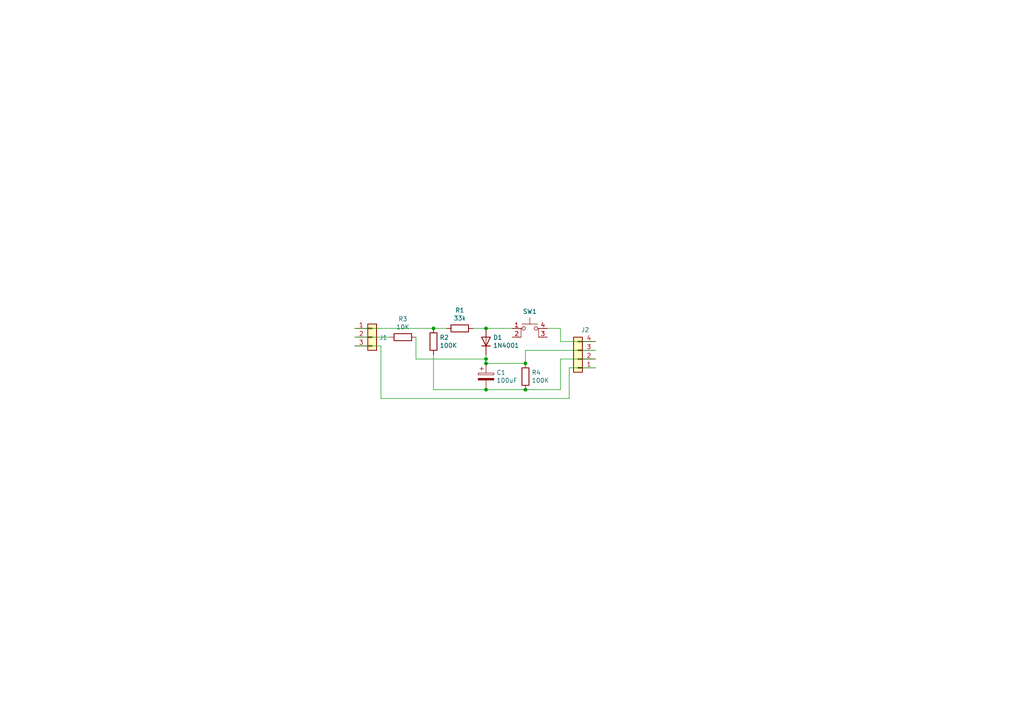
<source format=kicad_sch>
(kicad_sch (version 20250114) (generator "eeschema") (generator_version "9.0")
  (paper "A4")
  (lib_symbols
    (symbol "Connector_Generic:Conn_01x03" (pin_names (offset 1.016) (hide yes))
      (property "Reference" "J" (at 0 5.08 0))
      (property "Value" "Conn_01x03" (at 0 -5.08 0))
      (symbol "Conn_01x03_1_1"
        (rectangle (start -1.27 3.81) (end 1.27 -3.81) (stroke (width 0.254)) (fill (type background)))
        (rectangle (start -1.27 2.667) (end 0 2.413) (stroke (width 0.1524)))
        (rectangle (start -1.27 0.127) (end 0 -0.127) (stroke (width 0.1524)))
        (rectangle (start -1.27 -2.413) (end 0 -2.667) (stroke (width 0.1524)))
        (pin passive line (at -5.08 2.54 0) (length 3.81) (name "Pin_1") (number "1"))
        (pin passive line (at -5.08 0 0) (length 3.81) (name "Pin_2") (number "2"))
        (pin passive line (at -5.08 -2.54 0) (length 3.81) (name "Pin_3") (number "3"))
      )
    )
    (symbol "Connector_Generic:Conn_01x04" (pin_names (offset 1.016) (hide yes))
      (property "Reference" "J" (at 0 5.08 0))
      (property "Value" "Conn_01x04" (at 0 -7.62 0))
      (symbol "Conn_01x04_1_1"
        (rectangle (start -1.27 3.81) (end 1.27 -6.35) (stroke (width 0.254)) (fill (type background)))
        (rectangle (start -1.27 2.667) (end 0 2.413) (stroke (width 0.1524)))
        (rectangle (start -1.27 0.127) (end 0 -0.127) (stroke (width 0.1524)))
        (rectangle (start -1.27 -2.413) (end 0 -2.667) (stroke (width 0.1524)))
        (rectangle (start -1.27 -4.953) (end 0 -5.207) (stroke (width 0.1524)))
        (pin passive line (at -5.08 2.54 0) (length 3.81) (name "Pin_1") (number "1"))
        (pin passive line (at -5.08 0 0) (length 3.81) (name "Pin_2") (number "2"))
        (pin passive line (at -5.08 -2.54 0) (length 3.81) (name "Pin_3") (number "3"))
        (pin passive line (at -5.08 -5.08 0) (length 3.81) (name "Pin_4") (number "4"))
      )
    )
    (symbol "Device:CP" (pin_numbers (hide yes)) (pin_names (offset 0.254))
      (property "Reference" "C" (at 0.635 2.54 0))
      (property "Value" "Device_CP" (at 0.635 -2.54 0))
      (symbol "CP_0_1"
        (rectangle (start -2.286 0.508) (end 2.286 1.016))
        (polyline (pts (xy -1.778 2.286) (xy -0.762 2.286)))
        (polyline (pts (xy -1.27 2.794) (xy -1.27 1.778)))
        (rectangle (start 2.286 -0.508) (end -2.286 -1.016) (fill (type outline)))
      )
      (symbol "CP_1_1"
        (pin passive line (at 0 3.81 270) (length 2.794) (name "~") (number "1"))
        (pin passive line (at 0 -3.81 90) (length 2.794) (name "~") (number "2"))
      )
    )
    (symbol "Device:R" (pin_numbers (hide yes)) (pin_names (offset 0))
      (property "Reference" "R" (at 2.032 0 90))
      (property "Value" "R" (at 0 0 90))
      (symbol "R_0_1"
        (rectangle (start -1.016 -2.54) (end 1.016 2.54) (stroke (width 0.254)))
      )
      (symbol "R_1_1"
        (pin passive line (at 0 3.81 270) (length 1.27) (name "~") (number "1"))
        (pin passive line (at 0 -3.81 90) (length 1.27) (name "~") (number "2"))
      )
    )
    (symbol "Diode:1N4001" (pin_numbers (hide yes)) (pin_names (hide yes))
      (property "Reference" "D" (at 0 2.54 0))
      (property "Value" "1N4001" (at 0 -2.54 0))
      (symbol "1N4001_0_1"
        (polyline (pts (xy -1.27 1.27) (xy -1.27 -1.27)) (stroke (width 0.254)))
        (polyline (pts (xy 1.27 1.27) (xy 1.27 -1.27) (xy -1.27 0) (xy 1.27 1.27)) (stroke (width 0.254)))
        (polyline (pts (xy 1.27 0) (xy -1.27 0)))
      )
      (symbol "1N4001_1_1"
        (pin passive line (at -3.81 0 0) (length 2.54) (name "K") (number "1"))
        (pin passive line (at 3.81 0 180) (length 2.54) (name "A") (number "2"))
      )
    )
    (symbol "Switch:SW_MEC_5E" (pin_names (offset 1.016) (hide yes))
      (property "Reference" "SW" (at 0.635 5.715 0))
      (property "Value" "SW_MEC_5E" (at 0 -3.175 0))
      (symbol "SW_MEC_5E_0_1"
        (polyline (pts (xy -2.54 0) (xy -2.54 2.54) (xy -2.286 2.54)))
        (polyline (pts (xy -2.286 3.81) (xy 2.286 3.81)))
        (circle (center -1.778 2.54) (radius 0.508))
        (polyline (pts (xy 0 3.81) (xy 0 5.588)))
        (circle (center 1.778 2.54) (radius 0.508))
        (polyline (pts (xy 2.54 0) (xy 2.54 2.54) (xy 2.286 2.54)))
        (pin passive line (at -5.08 2.54 0) (length 2.54) (name "1") (number "1"))
        (pin passive line (at -5.08 0 0) (length 2.54) (name "2") (number "2"))
        (pin passive line (at 5.08 2.54 180) (length 2.54) (name "A") (number "4"))
        (pin passive line (at 5.08 0 180) (length 2.54) (name "K") (number "3"))
      )
    )
  )
  (junction (at 152.4 105.41))
  (junction (at 140.97 105.41))
  (junction (at 140.97 95.25))
  (junction (at 140.97 104.14))
  (junction (at 140.97 113.03))
  (junction (at 125.73 95.25))
  (junction (at 152.4 113.03))
  (wire (pts (xy 110.49 100.33) (xy 102.87 100.33)))
  (wire (pts (xy 140.97 113.03) (xy 152.4 113.03)))
  (wire (pts (xy 140.97 105.41) (xy 152.4 105.41)))
  (wire (pts (xy 158.75 95.25) (xy 162.56 95.25)))
  (wire (pts (xy 125.73 113.03) (xy 140.97 113.03)))
  (wire (pts (xy 102.87 95.25) (xy 125.73 95.25)))
  (wire (pts (xy 140.97 102.87) (xy 140.97 104.14)))
  (wire (pts (xy 162.56 113.03) (xy 162.56 104.14)))
  (wire (pts (xy 165.1 106.68) (xy 172.72 106.68)))
  (wire (pts (xy 110.49 115.57) (xy 165.1 115.57)))
  (wire (pts (xy 137.16 95.25) (xy 140.97 95.25)))
  (wire (pts (xy 125.73 95.25) (xy 129.54 95.25)))
  (wire (pts (xy 140.97 104.14) (xy 140.97 105.41)))
  (wire (pts (xy 125.73 102.87) (xy 125.73 113.03)))
  (wire (pts (xy 165.1 115.57) (xy 165.1 106.68)))
  (wire (pts (xy 162.56 104.14) (xy 172.72 104.14)))
  (wire (pts (xy 140.97 95.25) (xy 148.59 95.25)))
  (wire (pts (xy 162.56 95.25) (xy 162.56 99.06)))
  (wire (pts (xy 152.4 105.41) (xy 152.4 101.6)))
  (wire (pts (xy 152.4 113.03) (xy 162.56 113.03)))
  (wire (pts (xy 120.65 97.79) (xy 120.65 104.14)))
  (wire (pts (xy 113.03 97.79) (xy 102.87 97.79)))
  (wire (pts (xy 152.4 101.6) (xy 172.72 101.6)))
  (wire (pts (xy 120.65 104.14) (xy 140.97 104.14)))
  (wire (pts (xy 110.49 115.57) (xy 110.49 100.33)))
  (wire (pts (xy 162.56 99.06) (xy 172.72 99.06)))
  (symbol (lib_id "Device:R") (at 133.35 95.25 270) (unit 1)
    (property "Reference" "R1" (at 133.35 89.9922 90))
    (property "Value" "33k" (at 133.35 92.3036 90))
    (property "Footprint" "Resistor_THT:R_Axial_DIN0207_L6.3mm_D2.5mm_P10.16mm_Horizontal" (effects (hide yes)))
  )
  (symbol (lib_id "Device:R") (at 125.73 99.06 0) (unit 1)
    (property "Reference" "R2" (at 127.508 97.8916 0) (effects (justify left)))
    (property "Value" "100K" (at 127.508 100.203 0) (effects (justify left)))
    (property "Footprint" "Resistor_THT:R_Axial_DIN0207_L6.3mm_D2.5mm_P10.16mm_Horizontal" (effects (hide yes)))
  )
  (symbol (lib_id "Device:R") (at 152.4 109.22 0) (unit 1)
    (property "Reference" "R4" (at 154.178 108.0516 0) (effects (justify left)))
    (property "Value" "100K" (at 154.178 110.363 0) (effects (justify left)))
    (property "Footprint" "Resistor_THT:R_Axial_DIN0207_L6.3mm_D2.5mm_P10.16mm_Horizontal" (effects (hide yes)))
  )
  (symbol (lib_id "Device:R") (at 116.84 97.79 270) (unit 1)
    (property "Reference" "R3" (at 116.84 92.5322 90))
    (property "Value" "10K" (at 116.84 94.8436 90))
    (property "Footprint" "Resistor_THT:R_Axial_DIN0207_L6.3mm_D2.5mm_P10.16mm_Horizontal" (effects (hide yes)))
  )
  (symbol (lib_id "Diode:1N4001") (at 140.97 99.06 90) (unit 1)
    (property "Reference" "D1" (at 143.002 97.8916 90) (effects (justify right)))
    (property "Value" "1N4001" (at 143.002 100.203 90) (effects (justify right)))
    (property "Footprint" "Diode_THT:D_DO-41_SOD81_P10.16mm_Horizontal" (effects (hide yes)))
    (property "Datasheet" "http://www.vishay.com/docs/88503/1n4001.pdf" (effects (hide yes)))
  )
  (symbol (lib_id "Device:CP") (at 140.97 109.22 0) (unit 1)
    (property "Reference" "C1" (at 143.9672 108.0516 0) (effects (justify left)))
    (property "Value" "100uF" (at 143.9672 110.363 0) (effects (justify left)))
    (property "Footprint" "Capacitor_THT:CP_Radial_D8.0mm_P5.00mm" (effects (hide yes)))
  )
  (symbol (lib_id "Switch:SW_MEC_5E") (at 153.67 97.79 0) (unit 1)
    (property "Reference" "SW1" (at 153.67 90.3478 0))
    (property "Value" "SW_MEC_5E" (effects (hide yes)))
    (property "Footprint" "Button_Switch_THT:SW_PUSH_6mm_H5mm" (effects (hide yes)))
    (property "Datasheet" "http://www.apem.com/int/index.php?controller=attachment&id_attachment=1371" (effects (hide yes)))
  )
  (symbol (lib_id "Connector_Generic:Conn_01x04") (at 167.64 104.14 180) (unit 1)
    (property "Reference" "J2" (at 169.7228 95.6818 0))
    (property "Value" "Conn_01x04" (effects (hide yes)))
    (property "Footprint" "Connector_PinHeader_1.00mm:PinHeader_1x04_P1.00mm_Vertical" (effects (hide yes)))
  )
  (symbol (lib_id "Connector_Generic:Conn_01x03") (at 107.95 97.79 0) (unit 1)
    (property "Reference" "J1" (at 109.982 97.8916 0) (effects (justify left)))
    (property "Value" "Conn_01x03" (effects (hide yes)))
    (property "Footprint" "Connector_PinHeader_1.00mm:PinHeader_1x03_P1.00mm_Vertical" (effects (hide yes)))
  )
)
</source>
